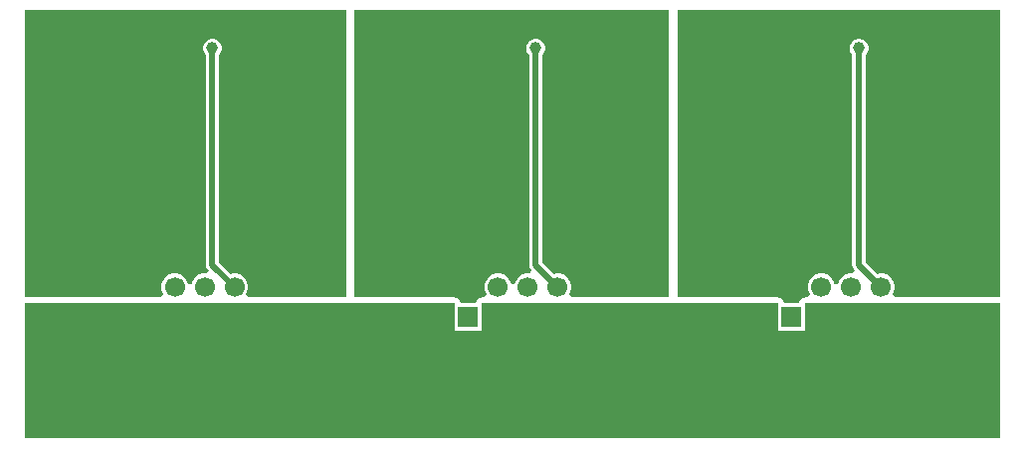
<source format=gbr>
%TF.GenerationSoftware,Altium Limited,Altium Designer,24.0.1 (36)*%
G04 Layer_Physical_Order=2*
G04 Layer_Color=16711680*
%FSLAX45Y45*%
%MOMM*%
%TF.SameCoordinates,AADBD710-655B-4C0A-A29E-FCC33305A696*%
%TF.FilePolarity,Positive*%
%TF.FileFunction,Copper,L2,Bot,Signal*%
%TF.Part,Single*%
G01*
G75*
%TA.AperFunction,Conductor*%
%ADD23C,0.50000*%
%TA.AperFunction,ComponentPad*%
%ADD24C,1.70000*%
%ADD25R,1.70000X1.70000*%
%TA.AperFunction,ViaPad*%
%ADD26C,1.00000*%
G36*
X4500000Y-7074020D02*
X3602864D01*
X3587292Y-7044020D01*
X3595163Y-7030388D01*
X3603000Y-7001140D01*
Y-6970860D01*
X3595163Y-6941612D01*
X3580023Y-6915389D01*
X3558612Y-6893977D01*
X3532388Y-6878837D01*
X3503140Y-6871000D01*
X3472860D01*
X3456649Y-6875344D01*
X3356078Y-6774772D01*
Y-5007060D01*
X3364016Y-4999121D01*
X3374548Y-4980879D01*
X3380000Y-4960532D01*
Y-4939468D01*
X3374548Y-4919121D01*
X3364016Y-4900879D01*
X3349121Y-4885984D01*
X3330879Y-4875452D01*
X3310532Y-4870000D01*
X3289468D01*
X3269121Y-4875452D01*
X3250879Y-4885984D01*
X3235984Y-4900879D01*
X3225452Y-4919121D01*
X3220000Y-4939468D01*
Y-4960532D01*
X3225452Y-4980879D01*
X3235984Y-4999121D01*
X3243923Y-5007060D01*
Y-6798000D01*
X3248192Y-6819460D01*
X3260348Y-6837653D01*
X3267577Y-6844882D01*
X3252048Y-6871779D01*
X3249140Y-6871000D01*
X3218860D01*
X3189612Y-6878837D01*
X3163389Y-6893977D01*
X3141977Y-6915389D01*
X3126837Y-6941612D01*
X3122529Y-6957690D01*
X3091471D01*
X3087163Y-6941612D01*
X3072023Y-6915389D01*
X3050612Y-6893977D01*
X3024388Y-6878837D01*
X2995140Y-6871000D01*
X2964860D01*
X2935612Y-6878837D01*
X2909389Y-6893977D01*
X2887977Y-6915389D01*
X2872837Y-6941612D01*
X2865000Y-6970860D01*
Y-7001140D01*
X2872837Y-7030388D01*
X2880708Y-7044020D01*
X2865136Y-7074020D01*
X2853700D01*
X2853699Y-7074021D01*
X2853698Y-7074020D01*
X2840998Y-7074021D01*
X2832042Y-7075803D01*
X2821492Y-7077901D01*
X2821491Y-7077902D01*
X2821489Y-7077902D01*
X2814207Y-7082769D01*
X2804953Y-7088952D01*
X2804952Y-7088953D01*
X2804951Y-7088954D01*
X2798767Y-7098209D01*
X2793902Y-7105490D01*
X2793901Y-7105492D01*
X2793900Y-7105493D01*
X2791802Y-7116044D01*
X2790021Y-7124999D01*
Y-7125000D01*
X2661980D01*
Y-7124999D01*
X2660198Y-7116044D01*
X2658100Y-7105493D01*
X2658099Y-7105492D01*
X2658099Y-7105490D01*
X2653233Y-7098209D01*
X2647050Y-7088954D01*
X2647048Y-7088953D01*
X2647047Y-7088952D01*
X2637793Y-7082769D01*
X2630511Y-7077902D01*
X2630510Y-7077902D01*
X2630508Y-7077901D01*
X2619958Y-7075803D01*
X2611002Y-7074021D01*
X2598302Y-7074020D01*
X2598301Y-7074021D01*
X2598300Y-7074020D01*
X1760000D01*
Y-4625000D01*
X4500000D01*
Y-7074020D01*
D02*
G37*
G36*
X1686145D02*
X852864D01*
X837292Y-7044020D01*
X845163Y-7030388D01*
X853000Y-7001140D01*
Y-6970860D01*
X845163Y-6941612D01*
X830023Y-6915389D01*
X808612Y-6893977D01*
X782388Y-6878837D01*
X753140Y-6871000D01*
X722860D01*
X706649Y-6875344D01*
X606078Y-6774772D01*
Y-5007060D01*
X614016Y-4999121D01*
X624548Y-4980879D01*
X630000Y-4960532D01*
Y-4939468D01*
X624548Y-4919121D01*
X614016Y-4900879D01*
X599121Y-4885984D01*
X580879Y-4875452D01*
X560532Y-4870000D01*
X539468D01*
X519121Y-4875452D01*
X500879Y-4885984D01*
X485984Y-4900879D01*
X475452Y-4919121D01*
X470000Y-4939468D01*
Y-4960532D01*
X475452Y-4980879D01*
X485984Y-4999121D01*
X493923Y-5007060D01*
Y-6798000D01*
X498192Y-6819460D01*
X510347Y-6837653D01*
X517577Y-6844882D01*
X502048Y-6871779D01*
X499140Y-6871000D01*
X468860D01*
X439612Y-6878837D01*
X413389Y-6893977D01*
X391977Y-6915389D01*
X376837Y-6941612D01*
X372529Y-6957690D01*
X341471D01*
X337163Y-6941612D01*
X322023Y-6915389D01*
X300612Y-6893977D01*
X274388Y-6878837D01*
X245140Y-6871000D01*
X214860D01*
X185612Y-6878837D01*
X159389Y-6893977D01*
X137977Y-6915389D01*
X122837Y-6941612D01*
X115000Y-6970860D01*
Y-7001140D01*
X122837Y-7030388D01*
X130708Y-7044020D01*
X115136Y-7074020D01*
X103700D01*
X103699Y-7074021D01*
X103698Y-7074020D01*
X90998Y-7074021D01*
X82042Y-7075803D01*
X71492Y-7077901D01*
X71491Y-7077902D01*
X71489Y-7077902D01*
X64207Y-7082769D01*
X54953Y-7088952D01*
X54952Y-7088953D01*
X54951Y-7088954D01*
X48767Y-7098209D01*
X43902Y-7105490D01*
X43901Y-7105492D01*
X43900Y-7105493D01*
X41802Y-7116044D01*
X40020Y-7124999D01*
Y-7125000D01*
X-88020D01*
Y-7124999D01*
X-89802Y-7116044D01*
X-91900Y-7105493D01*
X-91901Y-7105492D01*
X-91902Y-7105490D01*
X-96767Y-7098209D01*
X-102951Y-7088954D01*
X-102952Y-7088953D01*
X-102953Y-7088952D01*
X-112207Y-7082769D01*
X-119489Y-7077902D01*
X-119490Y-7077902D01*
X-119492Y-7077901D01*
X-130042Y-7075803D01*
X-138998Y-7074021D01*
X-151698Y-7074020D01*
X-151699Y-7074021D01*
X-151700Y-7074020D01*
X-990000D01*
Y-4625000D01*
X1686145D01*
Y-7074020D01*
D02*
G37*
G36*
X-1063855D02*
X-1897136D01*
X-1912708Y-7044020D01*
X-1904837Y-7030388D01*
X-1897000Y-7001140D01*
Y-6970860D01*
X-1904837Y-6941612D01*
X-1919977Y-6915389D01*
X-1941389Y-6893977D01*
X-1967612Y-6878837D01*
X-1996860Y-6871000D01*
X-2027140D01*
X-2043351Y-6875344D01*
X-2143923Y-6774772D01*
Y-5007060D01*
X-2135984Y-4999121D01*
X-2125452Y-4980879D01*
X-2120000Y-4960532D01*
Y-4939468D01*
X-2125452Y-4919121D01*
X-2135984Y-4900879D01*
X-2150879Y-4885984D01*
X-2169121Y-4875452D01*
X-2189468Y-4870000D01*
X-2210532D01*
X-2230879Y-4875452D01*
X-2249121Y-4885984D01*
X-2264016Y-4900879D01*
X-2274548Y-4919121D01*
X-2280000Y-4939468D01*
Y-4960532D01*
X-2274548Y-4980879D01*
X-2264016Y-4999121D01*
X-2256077Y-5007060D01*
Y-6798000D01*
X-2251809Y-6819460D01*
X-2239653Y-6837653D01*
X-2232424Y-6844882D01*
X-2247953Y-6871779D01*
X-2250860Y-6871000D01*
X-2281140D01*
X-2310388Y-6878837D01*
X-2336612Y-6893977D01*
X-2358023Y-6915389D01*
X-2373163Y-6941612D01*
X-2377471Y-6957690D01*
X-2408529D01*
X-2412837Y-6941612D01*
X-2427977Y-6915389D01*
X-2449389Y-6893977D01*
X-2475612Y-6878837D01*
X-2504860Y-6871000D01*
X-2535140D01*
X-2564388Y-6878837D01*
X-2590612Y-6893977D01*
X-2612023Y-6915389D01*
X-2627163Y-6941612D01*
X-2635000Y-6970860D01*
Y-7001140D01*
X-2627163Y-7030388D01*
X-2619292Y-7044020D01*
X-2634864Y-7074020D01*
X-3800000D01*
Y-4625000D01*
X-1063855D01*
Y-7074020D01*
D02*
G37*
G36*
X4500000Y-8275000D02*
X-3800000D01*
Y-7125000D01*
X-151700D01*
X-139000Y-7125000D01*
X-139000Y-7137700D01*
Y-7355000D01*
X91000D01*
Y-7137700D01*
X91000Y-7125000D01*
X103700Y-7125000D01*
X2598300D01*
X2611000Y-7125000D01*
X2611000Y-7137700D01*
Y-7355000D01*
X2841000D01*
Y-7137700D01*
X2841000Y-7125000D01*
X2853700Y-7125000D01*
X4500000D01*
Y-8275000D01*
D02*
G37*
D23*
X3300000Y-6798000D02*
X3488000Y-6986000D01*
X3300000Y-6798000D02*
Y-4950000D01*
X550000Y-6798000D02*
X738000Y-6986000D01*
X550000Y-6798000D02*
Y-4950000D01*
X-2200000Y-6798000D02*
Y-4950000D01*
Y-6798000D02*
X-2012000Y-6986000D01*
D24*
X-2774000D02*
D03*
X-2520000D02*
D03*
X-2266000D02*
D03*
X-24000D02*
D03*
X230000D02*
D03*
X484000D02*
D03*
X2726000D02*
D03*
X2980000D02*
D03*
X3234000D02*
D03*
X2980000Y-7240000D02*
D03*
X3234000D02*
D03*
X3488000D02*
D03*
Y-6986000D02*
D03*
X230000Y-7240000D02*
D03*
X484000D02*
D03*
X738000D02*
D03*
Y-6986000D02*
D03*
X-2520000Y-7240000D02*
D03*
X-2266000D02*
D03*
X-2012000D02*
D03*
Y-6986000D02*
D03*
D25*
X2726000Y-7240000D02*
D03*
X-24000D02*
D03*
X-2774000D02*
D03*
D26*
X-2969716Y-5397714D02*
D03*
X-3269716D02*
D03*
X-3569716D02*
D03*
X-825325Y-5401927D02*
D03*
X-525325D02*
D03*
X-225325D02*
D03*
X2530000Y-5400000D02*
D03*
X2230000D02*
D03*
X1930000D02*
D03*
X-2950000Y-5900000D02*
D03*
X-220000Y-5100000D02*
D03*
X-520000D02*
D03*
X-820000D02*
D03*
X880000Y-5900000D02*
D03*
Y-6100000D02*
D03*
Y-4800000D02*
D03*
X1180000Y-5400000D02*
D03*
X1480000Y-5100000D02*
D03*
X1180000Y-4800000D02*
D03*
Y-5100000D02*
D03*
Y-5700000D02*
D03*
Y-6100000D02*
D03*
X-520000Y-4800000D02*
D03*
X1480000Y-5400000D02*
D03*
X-220000Y-4800000D02*
D03*
X1180000Y-5900000D02*
D03*
X880000Y-5100000D02*
D03*
Y-5700000D02*
D03*
X1480000D02*
D03*
X880000Y-5400000D02*
D03*
X1480000Y-4800000D02*
D03*
Y-6100000D02*
D03*
X-820000Y-4800000D02*
D03*
X1480000Y-5900000D02*
D03*
X-1575000Y-6100000D02*
D03*
X-1275000Y-5400000D02*
D03*
Y-5900000D02*
D03*
Y-5700000D02*
D03*
X-1875000Y-6100000D02*
D03*
X-3575000Y-5100000D02*
D03*
X-1575000Y-5700000D02*
D03*
X-3275000Y-4800000D02*
D03*
X-1875000D02*
D03*
X-1275000Y-5100000D02*
D03*
X-1875000Y-5400000D02*
D03*
X-1275000Y-6100000D02*
D03*
X-3275000Y-5100000D02*
D03*
X-2975000D02*
D03*
X-1875000D02*
D03*
X-1275000Y-4800000D02*
D03*
X-1875000Y-5700000D02*
D03*
X-1575000Y-5900000D02*
D03*
X-1575000Y-5100000D02*
D03*
X-2975000Y-4800000D02*
D03*
X-1575000Y-5400000D02*
D03*
X-1875000Y-5900000D02*
D03*
X-3575000Y-4800000D02*
D03*
X-1575000D02*
D03*
X3925000Y-6100000D02*
D03*
Y-5700000D02*
D03*
Y-5900000D02*
D03*
X3625000Y-6100000D02*
D03*
X4225000D02*
D03*
X3625000Y-5900000D02*
D03*
X4225000D02*
D03*
X3625000Y-5700000D02*
D03*
X4225000D02*
D03*
X3625000Y-5400000D02*
D03*
X3925000D02*
D03*
X4225000D02*
D03*
Y-4800000D02*
D03*
X3925000D02*
D03*
X3625000D02*
D03*
X4225000Y-5100000D02*
D03*
X3925000D02*
D03*
X3625000D02*
D03*
X1925000Y-4800000D02*
D03*
X2225000D02*
D03*
X2525000D02*
D03*
X1925000Y-5100000D02*
D03*
X2225000D02*
D03*
X2525000D02*
D03*
X-200000Y-5900000D02*
D03*
X2550000D02*
D03*
X3300000Y-4950000D02*
D03*
X550000D02*
D03*
X-2200000D02*
D03*
%TF.MD5,2fc0a57df926311870239feb5c853079*%
M02*

</source>
